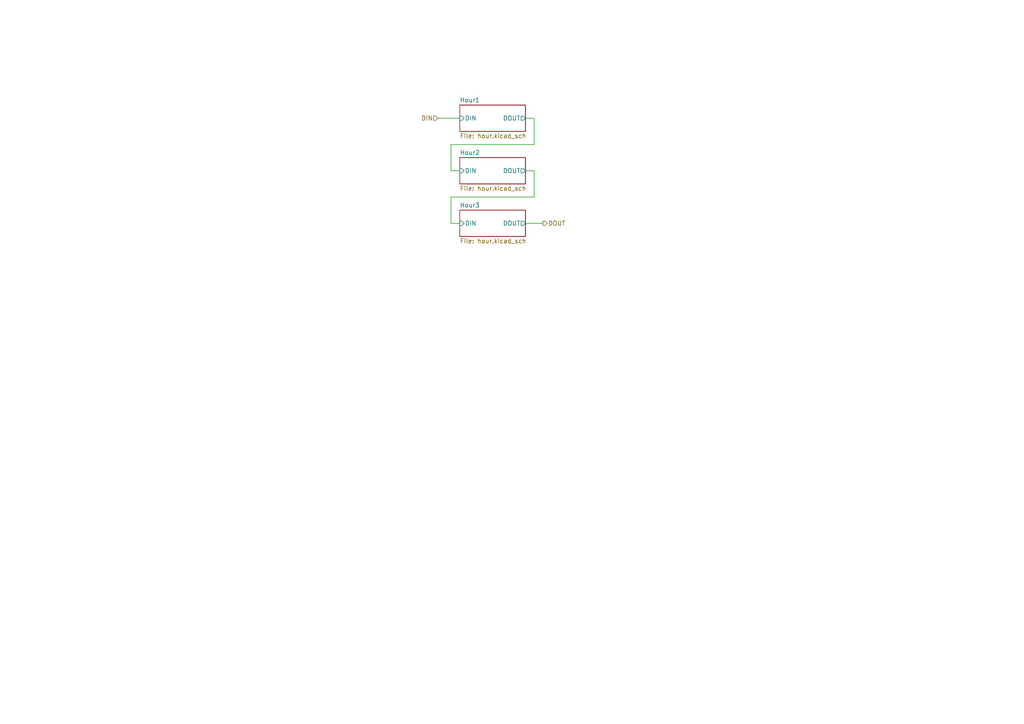
<source format=kicad_sch>
(kicad_sch
	(version 20231120)
	(generator "eeschema")
	(generator_version "8.0")
	(uuid "d3ca4778-bb95-4873-b290-6c17c109f30b")
	(paper "A4")
	(lib_symbols)
	(wire
		(pts
			(xy 130.81 41.91) (xy 130.81 49.53)
		)
		(stroke
			(width 0)
			(type default)
		)
		(uuid "05ba5633-71a7-42d0-b37b-db528684a2f8")
	)
	(wire
		(pts
			(xy 130.81 57.15) (xy 130.81 64.77)
		)
		(stroke
			(width 0)
			(type default)
		)
		(uuid "0d3900de-828e-4d83-aac3-02ce72953cad")
	)
	(wire
		(pts
			(xy 127 34.29) (xy 133.35 34.29)
		)
		(stroke
			(width 0)
			(type default)
		)
		(uuid "151fe983-fcaa-421b-a3fe-6bef53f4dafe")
	)
	(wire
		(pts
			(xy 152.4 64.77) (xy 157.48 64.77)
		)
		(stroke
			(width 0)
			(type default)
		)
		(uuid "21da469c-db36-458b-a021-d137e75419b0")
	)
	(wire
		(pts
			(xy 152.4 34.29) (xy 154.94 34.29)
		)
		(stroke
			(width 0)
			(type default)
		)
		(uuid "33481b09-8d13-4c6a-8200-3a51cbc062cf")
	)
	(wire
		(pts
			(xy 154.94 49.53) (xy 154.94 57.15)
		)
		(stroke
			(width 0)
			(type default)
		)
		(uuid "4bd38798-c48c-4e56-846c-aa3e434adff8")
	)
	(wire
		(pts
			(xy 152.4 49.53) (xy 154.94 49.53)
		)
		(stroke
			(width 0)
			(type default)
		)
		(uuid "59ba0786-3a83-402a-a486-50030acf8f88")
	)
	(wire
		(pts
			(xy 154.94 34.29) (xy 154.94 41.91)
		)
		(stroke
			(width 0)
			(type default)
		)
		(uuid "6166878b-8aeb-451c-8924-4e08cb2fe92e")
	)
	(wire
		(pts
			(xy 130.81 64.77) (xy 133.35 64.77)
		)
		(stroke
			(width 0)
			(type default)
		)
		(uuid "a154fae1-9945-426a-8e62-db0ef13da267")
	)
	(wire
		(pts
			(xy 130.81 49.53) (xy 133.35 49.53)
		)
		(stroke
			(width 0)
			(type default)
		)
		(uuid "affd0761-791d-47c1-a0e6-c28613f49bd1")
	)
	(wire
		(pts
			(xy 154.94 41.91) (xy 130.81 41.91)
		)
		(stroke
			(width 0)
			(type default)
		)
		(uuid "dfcfde4f-eb41-44bc-8c0e-94f6ffcbf8f1")
	)
	(wire
		(pts
			(xy 154.94 57.15) (xy 130.81 57.15)
		)
		(stroke
			(width 0)
			(type default)
		)
		(uuid "f368f106-b0f5-46f5-8bca-0229a1383182")
	)
	(hierarchical_label "DOUT"
		(shape output)
		(at 157.48 64.77 0)
		(fields_autoplaced yes)
		(effects
			(font
				(size 1.27 1.27)
			)
			(justify left)
		)
		(uuid "1208cd82-cb03-4bb2-a3b1-03ee90c470e6")
	)
	(hierarchical_label "DIN"
		(shape input)
		(at 127 34.29 180)
		(fields_autoplaced yes)
		(effects
			(font
				(size 1.27 1.27)
			)
			(justify right)
		)
		(uuid "a73be4c2-d773-4bdc-92c2-f04f04f17d7b")
	)
	(sheet
		(at 133.35 30.48)
		(size 19.05 7.62)
		(fields_autoplaced yes)
		(stroke
			(width 0.1524)
			(type solid)
		)
		(fill
			(color 0 0 0 0.0000)
		)
		(uuid "ca091fae-5cc6-41c3-a11e-2606e5a564c4")
		(property "Sheetname" "Hour1"
			(at 133.35 29.7684 0)
			(effects
				(font
					(size 1.27 1.27)
				)
				(justify left bottom)
			)
		)
		(property "Sheetfile" "hour.kicad_sch"
			(at 133.35 38.6846 0)
			(effects
				(font
					(size 1.27 1.27)
				)
				(justify left top)
			)
		)
		(pin "DIN" input
			(at 133.35 34.29 180)
			(effects
				(font
					(size 1.27 1.27)
				)
				(justify left)
			)
			(uuid "1a11e9f0-4ec3-4074-8d3b-ba927e22dc6d")
		)
		(pin "DOUT" output
			(at 152.4 34.29 0)
			(effects
				(font
					(size 1.27 1.27)
				)
				(justify right)
			)
			(uuid "ff197902-3b41-402c-b565-1d0c893a4a9a")
		)
		(instances
			(project "analog-clock-module"
				(path "/894f620e-3404-4a40-a2a7-513bc1d5f99b/179f5a98-f8bd-4038-9406-f4613d85b5ff"
					(page "3")
				)
				(path "/894f620e-3404-4a40-a2a7-513bc1d5f99b/8e0e0436-7a55-4891-a851-b9aad8f370ab"
					(page "22")
				)
				(path "/894f620e-3404-4a40-a2a7-513bc1d5f99b/19ab4b74-7dcb-4ced-9faf-5a47006b8c7b"
					(page "41")
				)
				(path "/894f620e-3404-4a40-a2a7-513bc1d5f99b/72cfcff3-caae-4056-a00d-449198ed83c3"
					(page "60")
				)
			)
		)
	)
	(sheet
		(at 133.35 45.72)
		(size 19.05 7.62)
		(fields_autoplaced yes)
		(stroke
			(width 0.1524)
			(type solid)
		)
		(fill
			(color 0 0 0 0.0000)
		)
		(uuid "d2c4501f-ff3c-462b-a611-5ac990a6576c")
		(property "Sheetname" "Hour2"
			(at 133.35 45.0084 0)
			(effects
				(font
					(size 1.27 1.27)
				)
				(justify left bottom)
			)
		)
		(property "Sheetfile" "hour.kicad_sch"
			(at 133.35 53.9246 0)
			(effects
				(font
					(size 1.27 1.27)
				)
				(justify left top)
			)
		)
		(pin "DIN" input
			(at 133.35 49.53 180)
			(effects
				(font
					(size 1.27 1.27)
				)
				(justify left)
			)
			(uuid "8aa2e595-a6f6-4a18-b92e-124b5ed055e0")
		)
		(pin "DOUT" output
			(at 152.4 49.53 0)
			(effects
				(font
					(size 1.27 1.27)
				)
				(justify right)
			)
			(uuid "b53ba063-c227-42df-9f40-d82401f18dbb")
		)
		(instances
			(project "analog-clock-module"
				(path "/894f620e-3404-4a40-a2a7-513bc1d5f99b/179f5a98-f8bd-4038-9406-f4613d85b5ff"
					(page "9")
				)
				(path "/894f620e-3404-4a40-a2a7-513bc1d5f99b/8e0e0436-7a55-4891-a851-b9aad8f370ab"
					(page "28")
				)
				(path "/894f620e-3404-4a40-a2a7-513bc1d5f99b/19ab4b74-7dcb-4ced-9faf-5a47006b8c7b"
					(page "47")
				)
				(path "/894f620e-3404-4a40-a2a7-513bc1d5f99b/72cfcff3-caae-4056-a00d-449198ed83c3"
					(page "66")
				)
			)
		)
	)
	(sheet
		(at 133.35 60.96)
		(size 19.05 7.62)
		(fields_autoplaced yes)
		(stroke
			(width 0.1524)
			(type solid)
		)
		(fill
			(color 0 0 0 0.0000)
		)
		(uuid "f8289761-0a69-406a-b2af-42852f9e645e")
		(property "Sheetname" "Hour3"
			(at 133.35 60.2484 0)
			(effects
				(font
					(size 1.27 1.27)
				)
				(justify left bottom)
			)
		)
		(property "Sheetfile" "hour.kicad_sch"
			(at 133.35 69.1646 0)
			(effects
				(font
					(size 1.27 1.27)
				)
				(justify left top)
			)
		)
		(pin "DIN" input
			(at 133.35 64.77 180)
			(effects
				(font
					(size 1.27 1.27)
				)
				(justify left)
			)
			(uuid "594a6151-d6f0-4ea7-932e-6ea9e57ee5ad")
		)
		(pin "DOUT" output
			(at 152.4 64.77 0)
			(effects
				(font
					(size 1.27 1.27)
				)
				(justify right)
			)
			(uuid "56d1ea1c-220b-4f7e-87b3-bef7a2b3faee")
		)
		(instances
			(project "analog-clock-module"
				(path "/894f620e-3404-4a40-a2a7-513bc1d5f99b/179f5a98-f8bd-4038-9406-f4613d85b5ff"
					(page "15")
				)
				(path "/894f620e-3404-4a40-a2a7-513bc1d5f99b/8e0e0436-7a55-4891-a851-b9aad8f370ab"
					(page "34")
				)
				(path "/894f620e-3404-4a40-a2a7-513bc1d5f99b/19ab4b74-7dcb-4ced-9faf-5a47006b8c7b"
					(page "53")
				)
				(path "/894f620e-3404-4a40-a2a7-513bc1d5f99b/72cfcff3-caae-4056-a00d-449198ed83c3"
					(page "72")
				)
			)
		)
	)
)

</source>
